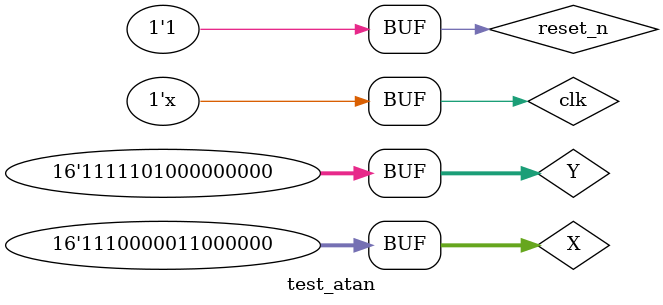
<source format=v>
`timescale 1ns / 1ps


module test_atan(

    );
    
wire [15:0] phase;
reg [15:0]X,Y;
reg reset_n;
reg clk;
wire pulse;

Atan test(
    .X          (X),
    .Y          (Y),
    .clk        (clk),
    .phase      (phase),
    .reset_n    (reset_n),
    .pulse (pulse)
);

initial begin
    clk = 0;
    reset_n = 0;
    #15 reset_n = 1;  
    
    Y = 16'd30000; X = -16'd15000; #1000;
    Y = 16'd30000; X = 16'd30000; #1000;
    Y = 16'd15000; X = -16'd30000; #1000;
    Y = 16'd10000; X = 16'd30000; #1000;
    Y = 16'd30000; X = 16'd5000; #1000;
    Y = 16'd2500; X = 16'd10000; #1000;
    Y = 16'd5000; X = -16'd10000; #1000;
    Y = 16'd64000; X = -16'd8000;
    
    
    

        
end




   //          0100000000000000
       div_gen_0 check(
         .aclk(clk),
         .s_axis_divisor_tdata(Y),
         .s_axis_dividend_tdata(X),
         .m_axis_dout_tdata(tte)
         );



always begin
    #5 clk = !clk;  //100 MHz
    
end


endmodule

</source>
